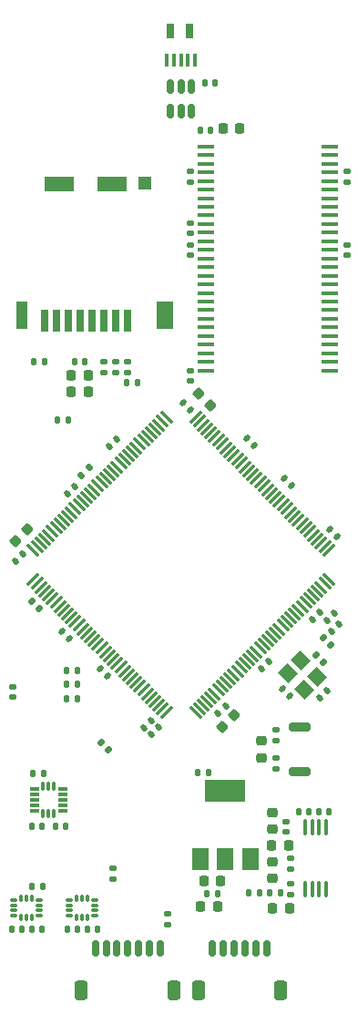
<source format=gbr>
%TF.GenerationSoftware,KiCad,Pcbnew,7.0.6*%
%TF.CreationDate,2024-05-23T09:50:57-04:00*%
%TF.ProjectId,ActiveImpactor_Control,41637469-7665-4496-9d70-6163746f725f,rev?*%
%TF.SameCoordinates,Original*%
%TF.FileFunction,Paste,Top*%
%TF.FilePolarity,Positive*%
%FSLAX46Y46*%
G04 Gerber Fmt 4.6, Leading zero omitted, Abs format (unit mm)*
G04 Created by KiCad (PCBNEW 7.0.6) date 2024-05-23 09:50:57*
%MOMM*%
%LPD*%
G01*
G04 APERTURE LIST*
G04 Aperture macros list*
%AMRoundRect*
0 Rectangle with rounded corners*
0 $1 Rounding radius*
0 $2 $3 $4 $5 $6 $7 $8 $9 X,Y pos of 4 corners*
0 Add a 4 corners polygon primitive as box body*
4,1,4,$2,$3,$4,$5,$6,$7,$8,$9,$2,$3,0*
0 Add four circle primitives for the rounded corners*
1,1,$1+$1,$2,$3*
1,1,$1+$1,$4,$5*
1,1,$1+$1,$6,$7*
1,1,$1+$1,$8,$9*
0 Add four rect primitives between the rounded corners*
20,1,$1+$1,$2,$3,$4,$5,0*
20,1,$1+$1,$4,$5,$6,$7,0*
20,1,$1+$1,$6,$7,$8,$9,0*
20,1,$1+$1,$8,$9,$2,$3,0*%
%AMRotRect*
0 Rectangle, with rotation*
0 The origin of the aperture is its center*
0 $1 length*
0 $2 width*
0 $3 Rotation angle, in degrees counterclockwise*
0 Add horizontal line*
21,1,$1,$2,0,0,$3*%
%AMOutline4P*
0 Free polygon, 4 corners , with rotation*
0 The origin of the aperture is its center*
0 number of corners: always 4*
0 $1 to $8 corner X, Y*
0 $9 Rotation angle, in degrees counterclockwise*
0 create outline with 4 corners*
4,1,4,$1,$2,$3,$4,$5,$6,$7,$8,$1,$2,$9*%
G04 Aperture macros list end*
%ADD10RoundRect,0.135000X0.135000X0.185000X-0.135000X0.185000X-0.135000X-0.185000X0.135000X-0.185000X0*%
%ADD11RoundRect,0.225000X-0.017678X0.335876X-0.335876X0.017678X0.017678X-0.335876X0.335876X-0.017678X0*%
%ADD12RoundRect,0.140000X-0.219203X-0.021213X-0.021213X-0.219203X0.219203X0.021213X0.021213X0.219203X0*%
%ADD13RoundRect,0.135000X0.185000X-0.135000X0.185000X0.135000X-0.185000X0.135000X-0.185000X-0.135000X0*%
%ADD14RotRect,1.400000X1.200000X315.000000*%
%ADD15RoundRect,0.135000X-0.226274X-0.035355X-0.035355X-0.226274X0.226274X0.035355X0.035355X0.226274X0*%
%ADD16RoundRect,0.140000X-0.021213X0.219203X-0.219203X0.021213X0.021213X-0.219203X0.219203X-0.021213X0*%
%ADD17RoundRect,0.140000X0.140000X0.170000X-0.140000X0.170000X-0.140000X-0.170000X0.140000X-0.170000X0*%
%ADD18RoundRect,0.140000X0.170000X-0.140000X0.170000X0.140000X-0.170000X0.140000X-0.170000X-0.140000X0*%
%ADD19RoundRect,0.218750X0.218750X0.256250X-0.218750X0.256250X-0.218750X-0.256250X0.218750X-0.256250X0*%
%ADD20RoundRect,0.140000X-0.140000X-0.170000X0.140000X-0.170000X0.140000X0.170000X-0.140000X0.170000X0*%
%ADD21RoundRect,0.140000X0.021213X-0.219203X0.219203X-0.021213X-0.021213X0.219203X-0.219203X0.021213X0*%
%ADD22RoundRect,0.140000X0.219203X0.021213X0.021213X0.219203X-0.219203X-0.021213X-0.021213X-0.219203X0*%
%ADD23RoundRect,0.218750X-0.218750X-0.256250X0.218750X-0.256250X0.218750X0.256250X-0.218750X0.256250X0*%
%ADD24RoundRect,0.135000X-0.135000X-0.185000X0.135000X-0.185000X0.135000X0.185000X-0.135000X0.185000X0*%
%ADD25RoundRect,0.218750X0.256250X-0.218750X0.256250X0.218750X-0.256250X0.218750X-0.256250X-0.218750X0*%
%ADD26RoundRect,0.140000X-0.170000X0.140000X-0.170000X-0.140000X0.170000X-0.140000X0.170000X0.140000X0*%
%ADD27RoundRect,0.225000X-0.250000X0.225000X-0.250000X-0.225000X0.250000X-0.225000X0.250000X0.225000X0*%
%ADD28R,1.500000X2.000000*%
%ADD29R,3.800000X2.000000*%
%ADD30RoundRect,0.075000X0.387500X0.075000X-0.387500X0.075000X-0.387500X-0.075000X0.387500X-0.075000X0*%
%ADD31RoundRect,0.075000X0.075000X0.325000X-0.075000X0.325000X-0.075000X-0.325000X0.075000X-0.325000X0*%
%ADD32RoundRect,0.225000X0.250000X-0.225000X0.250000X0.225000X-0.250000X0.225000X-0.250000X-0.225000X0*%
%ADD33RoundRect,0.135000X-0.185000X0.135000X-0.185000X-0.135000X0.185000X-0.135000X0.185000X0.135000X0*%
%ADD34RoundRect,0.147500X-0.226274X-0.017678X-0.017678X-0.226274X0.226274X0.017678X0.017678X0.226274X0*%
%ADD35RoundRect,0.135000X-0.035355X0.226274X-0.226274X0.035355X0.035355X-0.226274X0.226274X-0.035355X0*%
%ADD36RoundRect,0.225000X-0.225000X-0.250000X0.225000X-0.250000X0.225000X0.250000X-0.225000X0.250000X0*%
%ADD37RoundRect,0.087500X-0.225000X-0.087500X0.225000X-0.087500X0.225000X0.087500X-0.225000X0.087500X0*%
%ADD38RoundRect,0.087500X-0.087500X-0.225000X0.087500X-0.225000X0.087500X0.225000X-0.087500X0.225000X0*%
%ADD39RoundRect,0.225000X0.225000X0.250000X-0.225000X0.250000X-0.225000X-0.250000X0.225000X-0.250000X0*%
%ADD40RoundRect,0.200000X-0.800000X0.200000X-0.800000X-0.200000X0.800000X-0.200000X0.800000X0.200000X0*%
%ADD41RoundRect,0.150000X-0.150000X-0.625000X0.150000X-0.625000X0.150000X0.625000X-0.150000X0.625000X0*%
%ADD42RoundRect,0.250000X-0.350000X-0.650000X0.350000X-0.650000X0.350000X0.650000X-0.350000X0.650000X0*%
%ADD43RoundRect,0.225000X0.335876X0.017678X0.017678X0.335876X-0.335876X-0.017678X-0.017678X-0.335876X0*%
%ADD44RoundRect,0.135000X0.226274X0.035355X0.035355X0.226274X-0.226274X-0.035355X-0.035355X-0.226274X0*%
%ADD45R,0.711200X2.006600*%
%ADD46R,2.692400X1.397000*%
%ADD47R,0.990600X2.590800*%
%ADD48R,1.193800X1.193800*%
%ADD49R,1.498600X2.590800*%
%ADD50R,1.510000X0.458000*%
%ADD51RoundRect,0.150000X0.150000X-0.512500X0.150000X0.512500X-0.150000X0.512500X-0.150000X-0.512500X0*%
%ADD52Outline4P,-0.200000X-0.625000X0.200000X-0.625000X0.200000X0.625000X-0.200000X0.625000X0.000000*%
%ADD53R,0.400000X1.250000*%
%ADD54Outline4P,-0.300000X-0.675000X0.300000X-0.675000X0.300000X0.675000X-0.300000X0.675000X0.000000*%
%ADD55RoundRect,0.100000X0.100000X-0.637500X0.100000X0.637500X-0.100000X0.637500X-0.100000X-0.637500X0*%
%ADD56RoundRect,0.075000X0.521491X-0.415425X-0.415425X0.521491X-0.521491X0.415425X0.415425X-0.521491X0*%
%ADD57RoundRect,0.075000X0.521491X0.415425X0.415425X0.521491X-0.521491X-0.415425X-0.415425X-0.521491X0*%
G04 APERTURE END LIST*
D10*
%TO.C,R206*%
X-9580000Y-15800000D03*
X-10600000Y-15800000D03*
%TD*%
D11*
%TO.C,C201*%
X4948008Y-19951992D03*
X3851992Y-21048008D03*
%TD*%
D12*
%TO.C,C203*%
X9460589Y-17460589D03*
X10139411Y-18139411D03*
%TD*%
D13*
%TO.C,R501*%
X-7200000Y11890000D03*
X-7200000Y12910000D03*
%TD*%
D10*
%TO.C,R505*%
X-10490000Y7500000D03*
X-11510000Y7500000D03*
%TD*%
D13*
%TO.C,R504*%
X-5000000Y11890000D03*
X-5000000Y12910000D03*
%TD*%
D14*
%TO.C,Y201*%
X9921142Y-16023223D03*
X11476777Y-17578858D03*
X12678858Y-16376777D03*
X11123223Y-14821142D03*
%TD*%
D15*
%TO.C,R202*%
X12539376Y-14339376D03*
X13260624Y-15060624D03*
%TD*%
D16*
%TO.C,C218*%
X14639411Y-11460589D03*
X13960589Y-12139411D03*
%TD*%
D17*
%TO.C,C404*%
X2780000Y34400000D03*
X1820000Y34400000D03*
%TD*%
D18*
%TO.C,C103*%
X9800000Y-30780000D03*
X9800000Y-29820000D03*
%TD*%
D17*
%TO.C,C701*%
X-12920000Y-30300000D03*
X-13880000Y-30300000D03*
%TD*%
D18*
%TO.C,C408*%
X850000Y22820000D03*
X850000Y23780000D03*
%TD*%
D17*
%TO.C,C706*%
X-12882500Y-39850000D03*
X-13842500Y-39850000D03*
%TD*%
D16*
%TO.C,C216*%
X8189411Y-14960589D03*
X7510589Y-15639411D03*
%TD*%
D19*
%TO.C,D102*%
X3412500Y-37737500D03*
X1837500Y-37737500D03*
%TD*%
D20*
%TO.C,C705*%
X-15742500Y-39850000D03*
X-14782500Y-39850000D03*
%TD*%
D17*
%TO.C,C702*%
X-10720000Y-30300000D03*
X-11680000Y-30300000D03*
%TD*%
D21*
%TO.C,C211*%
X12260589Y-11039411D03*
X12939411Y-10360589D03*
%TD*%
D22*
%TO.C,C209*%
X-10360589Y-12839411D03*
X-11039411Y-12160589D03*
%TD*%
D23*
%TO.C,FB101*%
X8437500Y-32037500D03*
X10012500Y-32037500D03*
%TD*%
D12*
%TO.C,C217*%
X6160589Y5839411D03*
X6839411Y5160589D03*
%TD*%
D24*
%TO.C,R507*%
X-5010000Y11000000D03*
X-3990000Y11000000D03*
%TD*%
D25*
%TO.C,D201*%
X7500000Y-23887500D03*
X7500000Y-22312500D03*
%TD*%
D26*
%TO.C,C403*%
X15400000Y23780000D03*
X15400000Y22820000D03*
%TD*%
D22*
%TO.C,C214*%
X-6860589Y-16339411D03*
X-7539411Y-15660589D03*
%TD*%
D10*
%TO.C,R801*%
X2610000Y-25250000D03*
X1590000Y-25250000D03*
%TD*%
D24*
%TO.C,R506*%
X-13710000Y12900000D03*
X-12690000Y12900000D03*
%TD*%
D27*
%TO.C,C106*%
X8525000Y-33562500D03*
X8525000Y-35112500D03*
%TD*%
D20*
%TO.C,C101*%
X12820000Y-28900000D03*
X13780000Y-28900000D03*
%TD*%
D28*
%TO.C,U102*%
X1825000Y-33287500D03*
X4125000Y-33287500D03*
D29*
X4125000Y-26987500D03*
D28*
X6425000Y-33287500D03*
%TD*%
D15*
%TO.C,R502*%
X-13860624Y-9339376D03*
X-13139376Y-10060624D03*
%TD*%
D18*
%TO.C,C402*%
X15400000Y29620000D03*
X15400000Y30580000D03*
%TD*%
D16*
%TO.C,C206*%
X13539411Y-17660589D03*
X12860589Y-18339411D03*
%TD*%
D30*
%TO.C,U702*%
X-11012500Y-28800000D03*
X-11012500Y-28300000D03*
X-11012500Y-27800000D03*
X-11012500Y-27300000D03*
X-11012500Y-26800000D03*
D31*
X-11800000Y-26525000D03*
X-12300000Y-26525000D03*
X-12800000Y-26525000D03*
D30*
X-13587500Y-26800000D03*
X-13587500Y-27300000D03*
X-13587500Y-27800000D03*
X-13587500Y-28300000D03*
X-13587500Y-28800000D03*
D31*
X-12800000Y-29075000D03*
X-12300000Y-29075000D03*
X-11800000Y-29075000D03*
%TD*%
D32*
%TO.C,C104*%
X8525000Y-30512500D03*
X8525000Y-28962500D03*
%TD*%
D33*
%TO.C,R201*%
X8800000Y-21290000D03*
X8800000Y-22310000D03*
%TD*%
D22*
%TO.C,C212*%
X839411Y8460589D03*
X160589Y9139411D03*
%TD*%
D34*
%TO.C,L201*%
X13257053Y-12757053D03*
X13942947Y-13442947D03*
%TD*%
D20*
%TO.C,C301*%
X2220000Y38800000D03*
X3180000Y38800000D03*
%TD*%
D35*
%TO.C,R401*%
X-8539376Y3060624D03*
X-9260624Y2339376D03*
%TD*%
D13*
%TO.C,R802*%
X-1200000Y-39410000D03*
X-1200000Y-38390000D03*
%TD*%
%TO.C,R701*%
X-6300000Y-35210000D03*
X-6300000Y-34190000D03*
%TD*%
D16*
%TO.C,C202*%
X-2060589Y-21060589D03*
X-2739411Y-21739411D03*
%TD*%
D26*
%TO.C,C102*%
X10225000Y-33257500D03*
X10225000Y-34217500D03*
%TD*%
D12*
%TO.C,C204*%
X13860589Y-2660589D03*
X14539411Y-3339411D03*
%TD*%
D16*
%TO.C,C208*%
X-14660589Y-4921178D03*
X-15339411Y-5600000D03*
%TD*%
%TO.C,C219*%
X14239411Y-10460589D03*
X13560589Y-11139411D03*
%TD*%
D10*
%TO.C,R205*%
X-9580000Y-17100000D03*
X-10600000Y-17100000D03*
%TD*%
D26*
%TO.C,C407*%
X850000Y12080000D03*
X850000Y11120000D03*
%TD*%
D36*
%TO.C,C401*%
X3925000Y34600000D03*
X5475000Y34600000D03*
%TD*%
D11*
%TO.C,C222*%
X-14251992Y-2651992D03*
X-15348008Y-3748008D03*
%TD*%
D16*
%TO.C,C210*%
X-2760589Y-20421178D03*
X-3439411Y-21100000D03*
%TD*%
D19*
%TO.C,D101*%
X10087500Y-37900000D03*
X8512500Y-37900000D03*
%TD*%
D37*
%TO.C,U703*%
X-15525000Y-37100000D03*
X-15525000Y-37600000D03*
X-15525000Y-38100000D03*
X-15525000Y-38600000D03*
D38*
X-14862500Y-38762500D03*
X-14362500Y-38762500D03*
X-13862500Y-38762500D03*
D37*
X-13200000Y-38600000D03*
X-13200000Y-38100000D03*
X-13200000Y-37600000D03*
X-13200000Y-37100000D03*
D38*
X-13862500Y-36937500D03*
X-14362500Y-36937500D03*
X-14862500Y-36937500D03*
%TD*%
D26*
%TO.C,C406*%
X850000Y25780000D03*
X850000Y24820000D03*
%TD*%
D37*
%TO.C,U701*%
X-10362500Y-37100000D03*
X-10362500Y-37600000D03*
X-10362500Y-38100000D03*
X-10362500Y-38600000D03*
D38*
X-9700000Y-38762500D03*
X-9200000Y-38762500D03*
X-8700000Y-38762500D03*
D37*
X-8037500Y-38600000D03*
X-8037500Y-38100000D03*
X-8037500Y-37600000D03*
X-8037500Y-37100000D03*
D38*
X-8700000Y-36937500D03*
X-9200000Y-36937500D03*
X-9700000Y-36937500D03*
%TD*%
D39*
%TO.C,C107*%
X3700000Y-35337500D03*
X2150000Y-35337500D03*
%TD*%
D24*
%TO.C,R102*%
X6315000Y-36437500D03*
X7335000Y-36437500D03*
%TD*%
D21*
%TO.C,C213*%
X-10539411Y660589D03*
X-9860589Y1339411D03*
%TD*%
D40*
%TO.C,SW201*%
X11000000Y-21000000D03*
X11000000Y-25200000D03*
%TD*%
D17*
%TO.C,C703*%
X-7720000Y-39850000D03*
X-8680000Y-39850000D03*
%TD*%
D33*
%TO.C,R101*%
X10225000Y-35627500D03*
X10225000Y-36647500D03*
%TD*%
D41*
%TO.C,J801*%
X-7950000Y-41600000D03*
X-6950000Y-41600000D03*
X-5950000Y-41600000D03*
X-4950000Y-41600000D03*
X-3950000Y-41600000D03*
X-2950000Y-41600000D03*
X-1950000Y-41600000D03*
D42*
X-9250000Y-45475000D03*
X-650000Y-45475000D03*
%TD*%
D24*
%TO.C,R103*%
X8215000Y-36437500D03*
X9235000Y-36437500D03*
%TD*%
D10*
%TO.C,R207*%
X-9580000Y-18400000D03*
X-10600000Y-18400000D03*
%TD*%
D43*
%TO.C,C220*%
X2748008Y8851992D03*
X1651992Y9948008D03*
%TD*%
D10*
%TO.C,R703*%
X-12852500Y-35850000D03*
X-13872500Y-35850000D03*
%TD*%
D23*
%TO.C,FB501*%
X-10187500Y10100000D03*
X-8612500Y10100000D03*
%TD*%
D44*
%TO.C,R203*%
X-6739376Y-23160624D03*
X-7460624Y-22439376D03*
%TD*%
D45*
%TO.C,J501*%
X-4977001Y16701649D03*
X-6077001Y16701649D03*
X-7177002Y16701649D03*
X-8277002Y16701649D03*
X-9377002Y16701649D03*
X-10477003Y16701649D03*
X-11577000Y16701649D03*
X-12677001Y16701649D03*
D46*
X-6377001Y29401649D03*
D47*
X-14776999Y17201650D03*
D46*
X-11277001Y29401649D03*
D48*
X-3326999Y29501651D03*
D49*
X-1477000Y17201651D03*
%TD*%
D50*
%TO.C,U401*%
X2350000Y32900000D03*
X2350000Y32100000D03*
X2350000Y31300000D03*
X2350000Y30500000D03*
X2350000Y29700000D03*
X2350000Y28900000D03*
X2350000Y28100000D03*
X2350000Y27300000D03*
X2350000Y26500000D03*
X2350000Y25700000D03*
X2350000Y24900000D03*
X2350000Y24100000D03*
X2350000Y23300000D03*
X2350000Y22500000D03*
X2350000Y21700000D03*
X2350000Y20900000D03*
X2350000Y20100000D03*
X2350000Y19300000D03*
X2350000Y18500000D03*
X2350000Y17700000D03*
X2350000Y16900000D03*
X2350000Y16100000D03*
X2350000Y15300000D03*
X2350000Y14500000D03*
X2350000Y13700000D03*
X2350000Y12900000D03*
X2350000Y12100000D03*
X13850000Y12100000D03*
X13850000Y12900000D03*
X13850000Y13700000D03*
X13850000Y14500000D03*
X13850000Y15300000D03*
X13850000Y16100000D03*
X13850000Y16900000D03*
X13850000Y17700000D03*
X13850000Y18500000D03*
X13850000Y19300000D03*
X13850000Y20100000D03*
X13850000Y20900000D03*
X13850000Y21700000D03*
X13850000Y22500000D03*
X13850000Y23300000D03*
X13850000Y24100000D03*
X13850000Y24900000D03*
X13850000Y25700000D03*
X13850000Y26500000D03*
X13850000Y27300000D03*
X13850000Y28100000D03*
X13850000Y28900000D03*
X13850000Y29700000D03*
X13850000Y30500000D03*
X13850000Y31300000D03*
X13850000Y32100000D03*
X13850000Y32900000D03*
%TD*%
D21*
%TO.C,C207*%
X-6639411Y5060589D03*
X-5960589Y5739411D03*
%TD*%
D17*
%TO.C,C501*%
X-8920000Y12900000D03*
X-9880000Y12900000D03*
%TD*%
D12*
%TO.C,C205*%
X9560589Y2039411D03*
X10239411Y1360589D03*
%TD*%
D17*
%TO.C,C105*%
X11880000Y-28900000D03*
X10920000Y-28900000D03*
%TD*%
D24*
%TO.C,R702*%
X-13810000Y-25400000D03*
X-12790000Y-25400000D03*
%TD*%
D10*
%TO.C,R104*%
X3435000Y-36537500D03*
X2415000Y-36537500D03*
%TD*%
D26*
%TO.C,C405*%
X850000Y30580000D03*
X850000Y29620000D03*
%TD*%
D51*
%TO.C,U301*%
X-950000Y36212500D03*
X0Y36212500D03*
X950000Y36212500D03*
X950000Y38487500D03*
X0Y38487500D03*
X-950000Y38487500D03*
%TD*%
D26*
%TO.C,C221*%
X-15600000Y-17320000D03*
X-15600000Y-18280000D03*
%TD*%
D13*
%TO.C,R204*%
X8800000Y-24910000D03*
X8800000Y-23890000D03*
%TD*%
%TO.C,R503*%
X-6100000Y11890000D03*
X-6100000Y12910000D03*
%TD*%
D52*
%TO.C,J301*%
X1300000Y40950000D03*
D53*
X650000Y40950000D03*
X0Y40950000D03*
X-650000Y40950000D03*
X-1300000Y40950000D03*
D54*
X-975000Y43625000D03*
X800000Y43625000D03*
%TD*%
D39*
%TO.C,C502*%
X-8625000Y11600000D03*
X-10175000Y11600000D03*
%TD*%
D20*
%TO.C,C704*%
X-10580000Y-39850000D03*
X-9620000Y-39850000D03*
%TD*%
D55*
%TO.C,U101*%
X11550000Y-36100000D03*
X12200000Y-36100000D03*
X12850000Y-36100000D03*
X13500000Y-36100000D03*
X13500000Y-30375000D03*
X12850000Y-30375000D03*
X12200000Y-30375000D03*
X11550000Y-30375000D03*
%TD*%
D41*
%TO.C,J601*%
X2950000Y-41600000D03*
X3950000Y-41600000D03*
X4950000Y-41600000D03*
X5950000Y-41600000D03*
X6950000Y-41600000D03*
X7950000Y-41600000D03*
D42*
X1650000Y-45475000D03*
X9250000Y-45475000D03*
%TD*%
D56*
%TO.C,U201*%
X1352342Y-19726710D03*
X1705895Y-19373157D03*
X2059449Y-19019604D03*
X2413002Y-18666050D03*
X2766555Y-18312497D03*
X3120109Y-17958943D03*
X3473662Y-17605390D03*
X3827215Y-17251837D03*
X4180769Y-16898283D03*
X4534322Y-16544730D03*
X4887876Y-16191176D03*
X5241429Y-15837623D03*
X5594982Y-15484070D03*
X5948536Y-15130516D03*
X6302089Y-14776963D03*
X6655643Y-14423410D03*
X7009196Y-14069856D03*
X7362749Y-13716303D03*
X7716303Y-13362749D03*
X8069856Y-13009196D03*
X8423410Y-12655643D03*
X8776963Y-12302089D03*
X9130516Y-11948536D03*
X9484070Y-11594982D03*
X9837623Y-11241429D03*
X10191176Y-10887876D03*
X10544730Y-10534322D03*
X10898283Y-10180769D03*
X11251837Y-9827215D03*
X11605390Y-9473662D03*
X11958943Y-9120109D03*
X12312497Y-8766555D03*
X12666050Y-8413002D03*
X13019604Y-8059449D03*
X13373157Y-7705895D03*
X13726710Y-7352342D03*
D57*
X13726710Y-4647658D03*
X13373157Y-4294105D03*
X13019604Y-3940551D03*
X12666050Y-3586998D03*
X12312497Y-3233445D03*
X11958943Y-2879891D03*
X11605390Y-2526338D03*
X11251837Y-2172785D03*
X10898283Y-1819231D03*
X10544730Y-1465678D03*
X10191176Y-1112124D03*
X9837623Y-758571D03*
X9484070Y-405018D03*
X9130516Y-51464D03*
X8776963Y302089D03*
X8423410Y655643D03*
X8069856Y1009196D03*
X7716303Y1362749D03*
X7362749Y1716303D03*
X7009196Y2069856D03*
X6655643Y2423410D03*
X6302089Y2776963D03*
X5948536Y3130516D03*
X5594982Y3484070D03*
X5241429Y3837623D03*
X4887876Y4191176D03*
X4534322Y4544730D03*
X4180769Y4898283D03*
X3827215Y5251837D03*
X3473662Y5605390D03*
X3120109Y5958943D03*
X2766555Y6312497D03*
X2413002Y6666050D03*
X2059449Y7019604D03*
X1705895Y7373157D03*
X1352342Y7726710D03*
D56*
X-1352342Y7726710D03*
X-1705895Y7373157D03*
X-2059449Y7019604D03*
X-2413002Y6666050D03*
X-2766555Y6312497D03*
X-3120109Y5958943D03*
X-3473662Y5605390D03*
X-3827215Y5251837D03*
X-4180769Y4898283D03*
X-4534322Y4544730D03*
X-4887876Y4191176D03*
X-5241429Y3837623D03*
X-5594982Y3484070D03*
X-5948536Y3130516D03*
X-6302089Y2776963D03*
X-6655643Y2423410D03*
X-7009196Y2069856D03*
X-7362749Y1716303D03*
X-7716303Y1362749D03*
X-8069856Y1009196D03*
X-8423410Y655643D03*
X-8776963Y302089D03*
X-9130516Y-51464D03*
X-9484070Y-405018D03*
X-9837623Y-758571D03*
X-10191176Y-1112124D03*
X-10544730Y-1465678D03*
X-10898283Y-1819231D03*
X-11251837Y-2172785D03*
X-11605390Y-2526338D03*
X-11958943Y-2879891D03*
X-12312497Y-3233445D03*
X-12666050Y-3586998D03*
X-13019604Y-3940551D03*
X-13373157Y-4294105D03*
X-13726710Y-4647658D03*
D57*
X-13726710Y-7352342D03*
X-13373157Y-7705895D03*
X-13019604Y-8059449D03*
X-12666050Y-8413002D03*
X-12312497Y-8766555D03*
X-11958943Y-9120109D03*
X-11605390Y-9473662D03*
X-11251837Y-9827215D03*
X-10898283Y-10180769D03*
X-10544730Y-10534322D03*
X-10191176Y-10887876D03*
X-9837623Y-11241429D03*
X-9484070Y-11594982D03*
X-9130516Y-11948536D03*
X-8776963Y-12302089D03*
X-8423410Y-12655643D03*
X-8069856Y-13009196D03*
X-7716303Y-13362749D03*
X-7362749Y-13716303D03*
X-7009196Y-14069856D03*
X-6655643Y-14423410D03*
X-6302089Y-14776963D03*
X-5948536Y-15130516D03*
X-5594982Y-15484070D03*
X-5241429Y-15837623D03*
X-4887876Y-16191176D03*
X-4534322Y-16544730D03*
X-4180769Y-16898283D03*
X-3827215Y-17251837D03*
X-3473662Y-17605390D03*
X-3120109Y-17958943D03*
X-2766555Y-18312497D03*
X-2413002Y-18666050D03*
X-2059449Y-19019604D03*
X-1705895Y-19373157D03*
X-1352342Y-19726710D03*
%TD*%
D16*
%TO.C,C215*%
X4139411Y-19060589D03*
X3460589Y-19739411D03*
%TD*%
M02*

</source>
